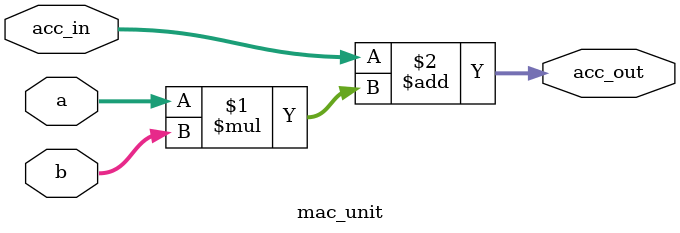
<source format=sv>
module mac_unit #(parameter DATA_WIDTH = 8)(
    input logic signed [DATA_WIDTH-1:0] a,
    input logic signed [DATA_WIDTH-1:0] b,
    input logic signed [2*DATA_WIDTH-1:0] acc_in,
    output logic signed [2*DATA_WIDTH-1:0] acc_out
);
    assign acc_out = acc_in + a * b;
endmodule
</source>
